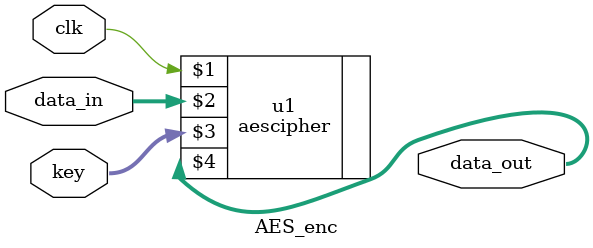
<source format=v>
`timescale 1ns / 1ps

module AES_enc(clk, data_in, key, data_out);
    input clk;
	 input [127:0] data_in;
	 input [127:0] key;
    output [127:0] data_out;

aescipher u1(clk, data_in, key, data_out);

endmodule

</source>
